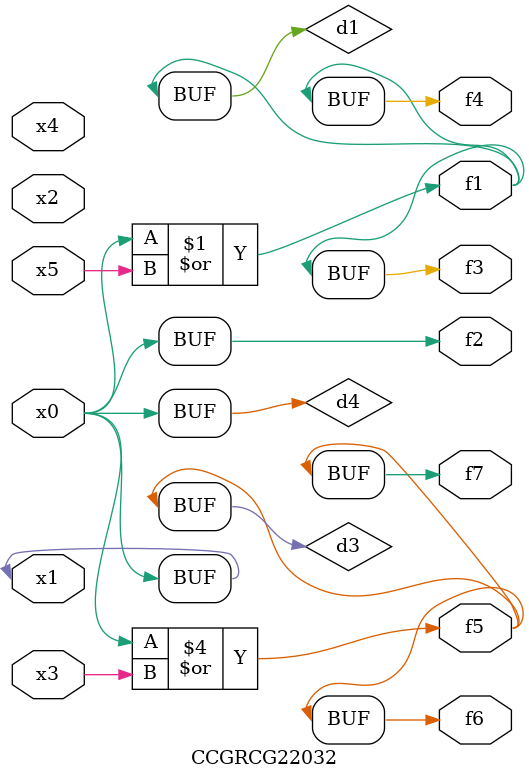
<source format=v>
module CCGRCG22032(
	input x0, x1, x2, x3, x4, x5,
	output f1, f2, f3, f4, f5, f6, f7
);

	wire d1, d2, d3, d4;

	or (d1, x0, x5);
	xnor (d2, x1, x4);
	or (d3, x0, x3);
	buf (d4, x0, x1);
	assign f1 = d1;
	assign f2 = d4;
	assign f3 = d1;
	assign f4 = d1;
	assign f5 = d3;
	assign f6 = d3;
	assign f7 = d3;
endmodule

</source>
